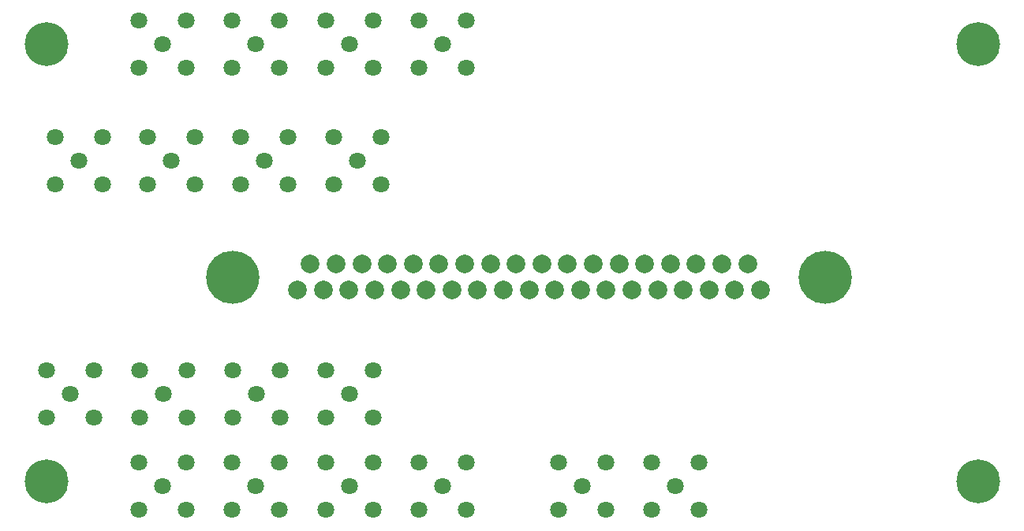
<source format=gts>
G04*
G04 #@! TF.GenerationSoftware,Altium Limited,Altium Designer,19.1.5 (86)*
G04*
G04 Layer_Color=8388736*
%FSLAX25Y25*%
%MOIN*%
G70*
G01*
G75*
%ADD12C,0.18517*%
%ADD13C,0.07099*%
%ADD14C,0.07887*%
%ADD15C,0.22453*%
D12*
X413386Y-212598D02*
D03*
Y-27559D02*
D03*
X19685Y-212598D02*
D03*
Y-27559D02*
D03*
D13*
X285433Y-214567D02*
D03*
X275433Y-204567D02*
D03*
Y-224567D02*
D03*
X295433D02*
D03*
Y-204567D02*
D03*
X246063Y-214567D02*
D03*
X236063Y-204567D02*
D03*
Y-224567D02*
D03*
X256063D02*
D03*
Y-204567D02*
D03*
X187008Y-214567D02*
D03*
X177008Y-204567D02*
D03*
Y-224567D02*
D03*
X197008D02*
D03*
Y-204567D02*
D03*
X147638Y-214567D02*
D03*
X137638Y-204567D02*
D03*
Y-224567D02*
D03*
X157638D02*
D03*
Y-204567D02*
D03*
X108268Y-214567D02*
D03*
X98268Y-204567D02*
D03*
Y-224567D02*
D03*
X118268D02*
D03*
Y-204567D02*
D03*
X68898Y-214567D02*
D03*
X58898Y-204567D02*
D03*
Y-224567D02*
D03*
X78898D02*
D03*
Y-204567D02*
D03*
X187008Y-27559D02*
D03*
X177008Y-17559D02*
D03*
Y-37559D02*
D03*
X197008D02*
D03*
Y-17559D02*
D03*
X147638Y-27559D02*
D03*
X137638Y-17559D02*
D03*
Y-37559D02*
D03*
X157638D02*
D03*
Y-17559D02*
D03*
X157795Y-165354D02*
D03*
Y-185354D02*
D03*
X137795D02*
D03*
Y-165354D02*
D03*
X147795Y-175354D02*
D03*
X118425Y-165354D02*
D03*
Y-185354D02*
D03*
X98425D02*
D03*
Y-165354D02*
D03*
X108425Y-175354D02*
D03*
X79055Y-165354D02*
D03*
Y-185354D02*
D03*
X59055D02*
D03*
Y-165354D02*
D03*
X69055Y-175354D02*
D03*
X39685Y-165354D02*
D03*
Y-185354D02*
D03*
X19685D02*
D03*
Y-165354D02*
D03*
X29685Y-175354D02*
D03*
X161260Y-66772D02*
D03*
Y-86772D02*
D03*
X141260D02*
D03*
Y-66772D02*
D03*
X151260Y-76772D02*
D03*
X121890Y-66772D02*
D03*
Y-86772D02*
D03*
X101890D02*
D03*
Y-66772D02*
D03*
X111890Y-76772D02*
D03*
X82520Y-66772D02*
D03*
Y-86772D02*
D03*
X62520D02*
D03*
Y-66772D02*
D03*
X72520Y-76772D02*
D03*
X43465Y-66772D02*
D03*
Y-86772D02*
D03*
X23465D02*
D03*
Y-66772D02*
D03*
X33465Y-76772D02*
D03*
X118268Y-17559D02*
D03*
Y-37559D02*
D03*
X98268D02*
D03*
Y-17559D02*
D03*
X108268Y-27559D02*
D03*
X78898Y-17559D02*
D03*
Y-37559D02*
D03*
X58898D02*
D03*
Y-17559D02*
D03*
X68898Y-27559D02*
D03*
D14*
X283412Y-120384D02*
D03*
X272545D02*
D03*
X261678D02*
D03*
X250811D02*
D03*
X239944D02*
D03*
X229077D02*
D03*
X218210D02*
D03*
X207343D02*
D03*
X196476D02*
D03*
X185609D02*
D03*
X174742D02*
D03*
X163875D02*
D03*
X288829Y-131584D02*
D03*
X277962D02*
D03*
X267095D02*
D03*
X256228D02*
D03*
X245361D02*
D03*
X234494D02*
D03*
X223627D02*
D03*
X212760D02*
D03*
X201893D02*
D03*
X191026D02*
D03*
X180159D02*
D03*
X169292D02*
D03*
X158425D02*
D03*
X299696D02*
D03*
X310563D02*
D03*
X321430D02*
D03*
X294279Y-120384D02*
D03*
X305146D02*
D03*
X316013D02*
D03*
X125824Y-131584D02*
D03*
X136691D02*
D03*
X147558D02*
D03*
X131274Y-120384D02*
D03*
X142141D02*
D03*
X153008D02*
D03*
D15*
X98425Y-125984D02*
D03*
X348824D02*
D03*
M02*

</source>
